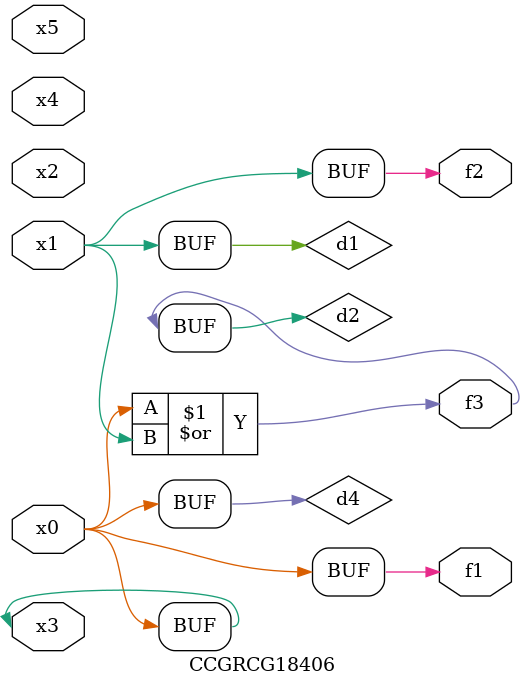
<source format=v>
module CCGRCG18406(
	input x0, x1, x2, x3, x4, x5,
	output f1, f2, f3
);

	wire d1, d2, d3, d4;

	and (d1, x1);
	or (d2, x0, x1);
	nand (d3, x0, x5);
	buf (d4, x0, x3);
	assign f1 = d4;
	assign f2 = d1;
	assign f3 = d2;
endmodule

</source>
